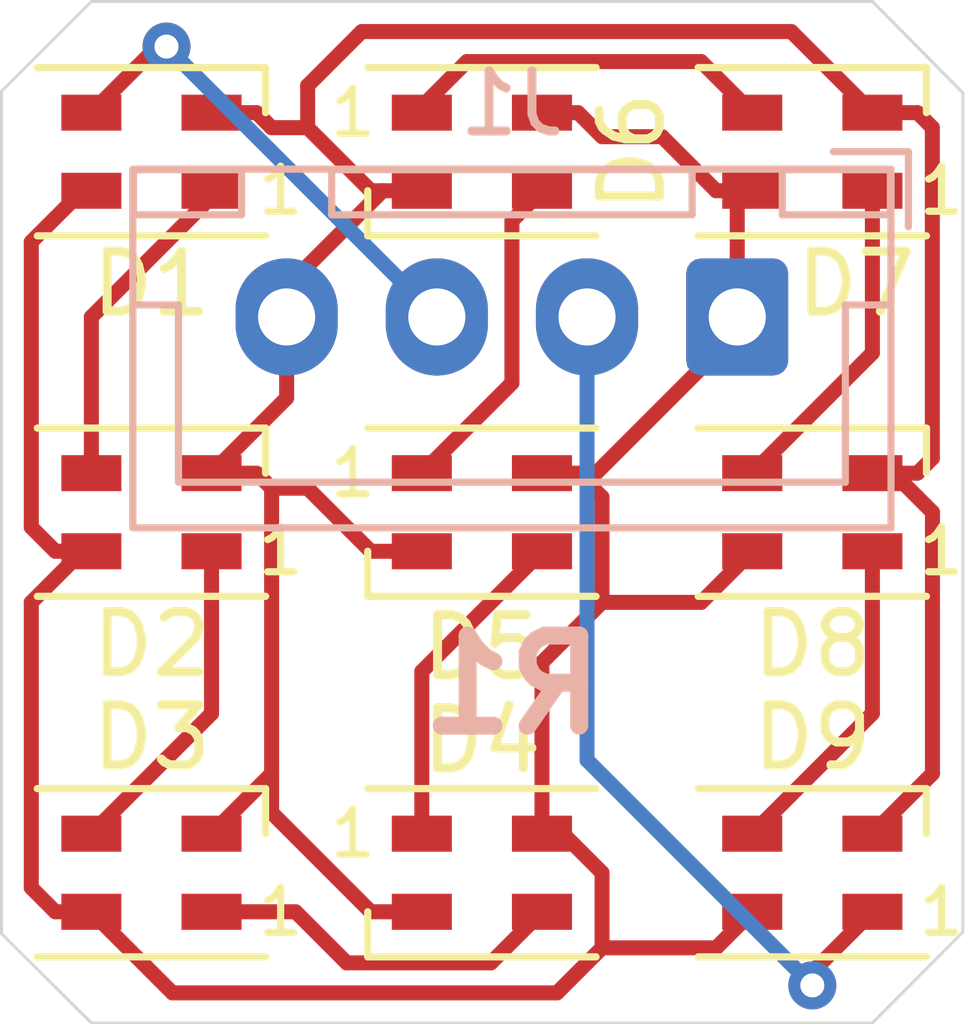
<source format=kicad_pcb>
(kicad_pcb (version 20171130) (host pcbnew "(5.0.0)")

  (general
    (thickness 1.6)
    (drawings 9)
    (tracks 99)
    (zones 0)
    (modules 10)
    (nets 13)
  )

  (page A4)
  (layers
    (0 F.Cu signal)
    (31 B.Cu signal)
    (32 B.Adhes user)
    (33 F.Adhes user)
    (34 B.Paste user)
    (35 F.Paste user)
    (36 B.SilkS user)
    (37 F.SilkS user)
    (38 B.Mask user)
    (39 F.Mask user)
    (40 Dwgs.User user)
    (41 Cmts.User user)
    (42 Eco1.User user)
    (43 Eco2.User user)
    (44 Edge.Cuts user)
    (45 Margin user)
    (46 B.CrtYd user)
    (47 F.CrtYd user)
    (48 B.Fab user)
    (49 F.Fab user hide)
  )

  (setup
    (last_trace_width 0.25)
    (trace_clearance 0.2)
    (zone_clearance 0.508)
    (zone_45_only no)
    (trace_min 0.2)
    (segment_width 0.2)
    (edge_width 0.05)
    (via_size 0.8)
    (via_drill 0.4)
    (via_min_size 0.4)
    (via_min_drill 0.3)
    (uvia_size 0.3)
    (uvia_drill 0.1)
    (uvias_allowed no)
    (uvia_min_size 0.2)
    (uvia_min_drill 0.1)
    (pcb_text_width 0.3)
    (pcb_text_size 1.5 1.5)
    (mod_edge_width 0.12)
    (mod_text_size 1 1)
    (mod_text_width 0.15)
    (pad_size 1.524 1.524)
    (pad_drill 0.762)
    (pad_to_mask_clearance 0.05)
    (aux_axis_origin 0 0)
    (visible_elements 7FFFFFFF)
    (pcbplotparams
      (layerselection 0x010f0_ffffffff)
      (usegerberextensions false)
      (usegerberattributes false)
      (usegerberadvancedattributes false)
      (creategerberjobfile false)
      (excludeedgelayer true)
      (linewidth 0.100000)
      (plotframeref false)
      (viasonmask false)
      (mode 1)
      (useauxorigin false)
      (hpglpennumber 1)
      (hpglpenspeed 20)
      (hpglpendiameter 15.000000)
      (psnegative false)
      (psa4output false)
      (plotreference true)
      (plotvalue false)
      (plotinvisibletext false)
      (padsonsilk true)
      (subtractmaskfromsilk false)
      (outputformat 1)
      (mirror false)
      (drillshape 0)
      (scaleselection 1)
      (outputdirectory "gerber_files/"))
  )

  (net 0 "")
  (net 1 "Net-(D1-Pad1)")
  (net 2 GND)
  (net 3 +5V)
  (net 4 DIN)
  (net 5 "Net-(D2-Pad1)")
  (net 6 "Net-(D3-Pad1)")
  (net 7 "Net-(D4-Pad1)")
  (net 8 "Net-(D5-Pad1)")
  (net 9 "Net-(D6-Pad1)")
  (net 10 "Net-(D7-Pad1)")
  (net 11 "Net-(D8-Pad1)")
  (net 12 DOUT)

  (net_class Default "This is the default net class."
    (clearance 0.2)
    (trace_width 0.25)
    (via_dia 0.8)
    (via_drill 0.4)
    (uvia_dia 0.3)
    (uvia_drill 0.1)
    (add_net +5V)
    (add_net DIN)
    (add_net DOUT)
    (add_net GND)
    (add_net "Net-(D1-Pad1)")
    (add_net "Net-(D2-Pad1)")
    (add_net "Net-(D3-Pad1)")
    (add_net "Net-(D4-Pad1)")
    (add_net "Net-(D5-Pad1)")
    (add_net "Net-(D6-Pad1)")
    (add_net "Net-(D7-Pad1)")
    (add_net "Net-(D8-Pad1)")
  )

  (module Connector_JST:JST_XH_B4B-XH-A_1x04_P2.50mm_Vertical (layer B.Cu) (tedit 5EFCA990) (tstamp 5EFBFC69)
    (at 107.75 65.25 180)
    (descr "JST XH series connector, B4B-XH-A (http://www.jst-mfg.com/product/pdf/eng/eXH.pdf), generated with kicad-footprint-generator")
    (tags "connector JST XH vertical")
    (path /5EFE4959)
    (fp_text reference J1 (at 3.75 3.55) (layer B.SilkS)
      (effects (font (size 1 1) (thickness 0.15)) (justify mirror))
    )
    (fp_text value Conn_01x04 (at 3.75 -4.6) (layer B.Fab) hide
      (effects (font (size 1 1) (thickness 0.15)) (justify mirror))
    )
    (fp_text user %R (at 3.75 -2.7) (layer B.Fab)
      (effects (font (size 1 1) (thickness 0.15)) (justify mirror))
    )
    (fp_line (start -2.45 2.35) (end -2.45 -3.4) (layer B.Fab) (width 0.1))
    (fp_line (start -2.45 -3.4) (end 9.95 -3.4) (layer B.Fab) (width 0.1))
    (fp_line (start 9.95 -3.4) (end 9.95 2.35) (layer B.Fab) (width 0.1))
    (fp_line (start 9.95 2.35) (end -2.45 2.35) (layer B.Fab) (width 0.1))
    (fp_line (start -2.56 2.46) (end -2.56 -3.51) (layer B.SilkS) (width 0.12))
    (fp_line (start -2.56 -3.51) (end 10.06 -3.51) (layer B.SilkS) (width 0.12))
    (fp_line (start 10.06 -3.51) (end 10.06 2.46) (layer B.SilkS) (width 0.12))
    (fp_line (start 10.06 2.46) (end -2.56 2.46) (layer B.SilkS) (width 0.12))
    (fp_line (start -2.95 2.85) (end -2.95 -3.9) (layer B.CrtYd) (width 0.05))
    (fp_line (start -2.95 -3.9) (end 10.45 -3.9) (layer B.CrtYd) (width 0.05))
    (fp_line (start 10.45 -3.9) (end 10.45 2.85) (layer B.CrtYd) (width 0.05))
    (fp_line (start 10.45 2.85) (end -2.95 2.85) (layer B.CrtYd) (width 0.05))
    (fp_line (start -0.625 2.35) (end 0 1.35) (layer B.Fab) (width 0.1))
    (fp_line (start 0 1.35) (end 0.625 2.35) (layer B.Fab) (width 0.1))
    (fp_line (start 0.75 2.45) (end 0.75 1.7) (layer B.SilkS) (width 0.12))
    (fp_line (start 0.75 1.7) (end 6.75 1.7) (layer B.SilkS) (width 0.12))
    (fp_line (start 6.75 1.7) (end 6.75 2.45) (layer B.SilkS) (width 0.12))
    (fp_line (start 6.75 2.45) (end 0.75 2.45) (layer B.SilkS) (width 0.12))
    (fp_line (start -2.55 2.45) (end -2.55 1.7) (layer B.SilkS) (width 0.12))
    (fp_line (start -2.55 1.7) (end -0.75 1.7) (layer B.SilkS) (width 0.12))
    (fp_line (start -0.75 1.7) (end -0.75 2.45) (layer B.SilkS) (width 0.12))
    (fp_line (start -0.75 2.45) (end -2.55 2.45) (layer B.SilkS) (width 0.12))
    (fp_line (start 8.25 2.45) (end 8.25 1.7) (layer B.SilkS) (width 0.12))
    (fp_line (start 8.25 1.7) (end 10.05 1.7) (layer B.SilkS) (width 0.12))
    (fp_line (start 10.05 1.7) (end 10.05 2.45) (layer B.SilkS) (width 0.12))
    (fp_line (start 10.05 2.45) (end 8.25 2.45) (layer B.SilkS) (width 0.12))
    (fp_line (start -2.55 0.2) (end -1.8 0.2) (layer B.SilkS) (width 0.12))
    (fp_line (start -1.8 0.2) (end -1.8 -2.75) (layer B.SilkS) (width 0.12))
    (fp_line (start -1.8 -2.75) (end 3.75 -2.75) (layer B.SilkS) (width 0.12))
    (fp_line (start 10.05 0.2) (end 9.3 0.2) (layer B.SilkS) (width 0.12))
    (fp_line (start 9.3 0.2) (end 9.3 -2.75) (layer B.SilkS) (width 0.12))
    (fp_line (start 9.3 -2.75) (end 3.75 -2.75) (layer B.SilkS) (width 0.12))
    (fp_line (start -1.6 2.75) (end -2.85 2.75) (layer B.SilkS) (width 0.12))
    (fp_line (start -2.85 2.75) (end -2.85 1.5) (layer B.SilkS) (width 0.12))
    (pad 4 thru_hole oval (at 7.5 0 180) (size 1.7 1.95) (drill 0.95) (layers *.Cu *.Mask)
      (net 2 GND))
    (pad 3 thru_hole oval (at 5 0 180) (size 1.7 1.95) (drill 0.95) (layers *.Cu *.Mask)
      (net 4 DIN))
    (pad 2 thru_hole oval (at 2.5 0 180) (size 1.7 1.95) (drill 0.95) (layers *.Cu *.Mask)
      (net 12 DOUT))
    (pad 1 thru_hole roundrect (at 0 0 180) (size 1.7 1.95) (drill 0.95) (layers *.Cu *.Mask) (roundrect_rratio 0.147059)
      (net 3 +5V))
    (model ${KISYS3DMOD}/Connector_JST.3dshapes/JST_XH_B4B-XH-A_1x04_P2.50mm_Vertical.wrl
      (at (xyz 0 0 0))
      (scale (xyz 1 1 1))
      (rotate (xyz 0 0 0))
    )
  )

  (module LED_SMD:LED_SK6805_PLCC4_2.4x2.7mm_P1.3mm (layer F.Cu) (tedit 5AA4B1EE) (tstamp 5EFBF784)
    (at 109 74.5 180)
    (descr https://cdn-shop.adafruit.com/product-files/3484/3484_Datasheet.pdf)
    (tags "LED RGB NeoPixel Nano")
    (path /5EFC72F5)
    (attr smd)
    (fp_text reference D9 (at 0 2.25) (layer F.SilkS)
      (effects (font (size 1 1) (thickness 0.15)))
    )
    (fp_text value SK6805 (at 0 2.7) (layer F.Fab)
      (effects (font (size 1 1) (thickness 0.15)))
    )
    (fp_text user %R (at 0 0) (layer F.Fab)
      (effects (font (size 0.4 0.4) (thickness 0.08)))
    )
    (fp_text user 1 (at -2.15 -0.65) (layer F.SilkS)
      (effects (font (size 0.75 0.75) (thickness 0.12)))
    )
    (fp_line (start 1.75 -1.45) (end -1.75 -1.45) (layer F.CrtYd) (width 0.05))
    (fp_line (start 1.75 1.45) (end 1.75 -1.45) (layer F.CrtYd) (width 0.05))
    (fp_line (start -1.75 1.45) (end 1.75 1.45) (layer F.CrtYd) (width 0.05))
    (fp_line (start -1.75 -1.45) (end -1.75 1.45) (layer F.CrtYd) (width 0.05))
    (fp_line (start -1.35 0.6) (end -0.75 1.2) (layer F.Fab) (width 0.1))
    (fp_line (start -1.35 -1.2) (end -1.35 1.2) (layer F.Fab) (width 0.1))
    (fp_line (start -1.35 1.2) (end 1.35 1.2) (layer F.Fab) (width 0.1))
    (fp_line (start 1.35 1.2) (end 1.35 -1.2) (layer F.Fab) (width 0.1))
    (fp_line (start 1.35 -1.2) (end -1.35 -1.2) (layer F.Fab) (width 0.1))
    (fp_line (start -1.9 -1.4) (end 1.9 -1.4) (layer F.SilkS) (width 0.12))
    (fp_line (start -1.9 1.4) (end 1.9 1.4) (layer F.SilkS) (width 0.12))
    (fp_line (start -1.9 1.4) (end -1.9 0.65) (layer F.SilkS) (width 0.12))
    (fp_circle (center 0 0) (end 0 -1) (layer F.Fab) (width 0.1))
    (pad 1 smd rect (at -1 -0.65 180) (size 1 0.6) (layers F.Cu F.Paste F.Mask)
      (net 12 DOUT))
    (pad 2 smd rect (at -1 0.65 180) (size 1 0.6) (layers F.Cu F.Paste F.Mask)
      (net 2 GND))
    (pad 4 smd rect (at 1 -0.65 180) (size 1 0.6) (layers F.Cu F.Paste F.Mask)
      (net 3 +5V))
    (pad 3 smd rect (at 1 0.65 180) (size 1 0.6) (layers F.Cu F.Paste F.Mask)
      (net 11 "Net-(D8-Pad1)"))
    (model ${KISYS3DMOD}/LED_SMD.3dshapes/LED_SK6805_PLCC4_2.4x2.7mm_P1.3mm.wrl
      (at (xyz 0 0 0))
      (scale (xyz 1 1 1))
      (rotate (xyz 0 0 0))
    )
  )

  (module LED_SMD:LED_SK6805_PLCC4_2.4x2.7mm_P1.3mm (layer F.Cu) (tedit 5AA4B1EE) (tstamp 5EFBF76D)
    (at 109 68.5 180)
    (descr https://cdn-shop.adafruit.com/product-files/3484/3484_Datasheet.pdf)
    (tags "LED RGB NeoPixel Nano")
    (path /5EFC6BBB)
    (attr smd)
    (fp_text reference D8 (at 0 -2.2) (layer F.SilkS)
      (effects (font (size 1 1) (thickness 0.15)))
    )
    (fp_text value SK6805 (at 0 2.7) (layer F.Fab)
      (effects (font (size 1 1) (thickness 0.15)))
    )
    (fp_text user %R (at 0 0) (layer F.Fab)
      (effects (font (size 0.4 0.4) (thickness 0.08)))
    )
    (fp_text user 1 (at -2.15 -0.65) (layer F.SilkS)
      (effects (font (size 0.75 0.75) (thickness 0.12)))
    )
    (fp_line (start 1.75 -1.45) (end -1.75 -1.45) (layer F.CrtYd) (width 0.05))
    (fp_line (start 1.75 1.45) (end 1.75 -1.45) (layer F.CrtYd) (width 0.05))
    (fp_line (start -1.75 1.45) (end 1.75 1.45) (layer F.CrtYd) (width 0.05))
    (fp_line (start -1.75 -1.45) (end -1.75 1.45) (layer F.CrtYd) (width 0.05))
    (fp_line (start -1.35 0.6) (end -0.75 1.2) (layer F.Fab) (width 0.1))
    (fp_line (start -1.35 -1.2) (end -1.35 1.2) (layer F.Fab) (width 0.1))
    (fp_line (start -1.35 1.2) (end 1.35 1.2) (layer F.Fab) (width 0.1))
    (fp_line (start 1.35 1.2) (end 1.35 -1.2) (layer F.Fab) (width 0.1))
    (fp_line (start 1.35 -1.2) (end -1.35 -1.2) (layer F.Fab) (width 0.1))
    (fp_line (start -1.9 -1.4) (end 1.9 -1.4) (layer F.SilkS) (width 0.12))
    (fp_line (start -1.9 1.4) (end 1.9 1.4) (layer F.SilkS) (width 0.12))
    (fp_line (start -1.9 1.4) (end -1.9 0.65) (layer F.SilkS) (width 0.12))
    (fp_circle (center 0 0) (end 0 -1) (layer F.Fab) (width 0.1))
    (pad 1 smd rect (at -1 -0.65 180) (size 1 0.6) (layers F.Cu F.Paste F.Mask)
      (net 11 "Net-(D8-Pad1)"))
    (pad 2 smd rect (at -1 0.65 180) (size 1 0.6) (layers F.Cu F.Paste F.Mask)
      (net 2 GND))
    (pad 4 smd rect (at 1 -0.65 180) (size 1 0.6) (layers F.Cu F.Paste F.Mask)
      (net 3 +5V))
    (pad 3 smd rect (at 1 0.65 180) (size 1 0.6) (layers F.Cu F.Paste F.Mask)
      (net 10 "Net-(D7-Pad1)"))
    (model ${KISYS3DMOD}/LED_SMD.3dshapes/LED_SK6805_PLCC4_2.4x2.7mm_P1.3mm.wrl
      (at (xyz 0 0 0))
      (scale (xyz 1 1 1))
      (rotate (xyz 0 0 0))
    )
  )

  (module LED_SMD:LED_SK6805_PLCC4_2.4x2.7mm_P1.3mm (layer F.Cu) (tedit 5AA4B1EE) (tstamp 5EFBF756)
    (at 109 62.5 180)
    (descr https://cdn-shop.adafruit.com/product-files/3484/3484_Datasheet.pdf)
    (tags "LED RGB NeoPixel Nano")
    (path /5EFC696D)
    (attr smd)
    (fp_text reference D7 (at -0.728 -2.2) (layer F.SilkS)
      (effects (font (size 1 1) (thickness 0.15)))
    )
    (fp_text value SK6805 (at 0 2.7) (layer F.Fab)
      (effects (font (size 1 1) (thickness 0.15)))
    )
    (fp_text user %R (at 0 0) (layer F.Fab)
      (effects (font (size 0.4 0.4) (thickness 0.08)))
    )
    (fp_text user 1 (at -2.15 -0.65) (layer F.SilkS)
      (effects (font (size 0.75 0.75) (thickness 0.12)))
    )
    (fp_line (start 1.75 -1.45) (end -1.75 -1.45) (layer F.CrtYd) (width 0.05))
    (fp_line (start 1.75 1.45) (end 1.75 -1.45) (layer F.CrtYd) (width 0.05))
    (fp_line (start -1.75 1.45) (end 1.75 1.45) (layer F.CrtYd) (width 0.05))
    (fp_line (start -1.75 -1.45) (end -1.75 1.45) (layer F.CrtYd) (width 0.05))
    (fp_line (start -1.35 0.6) (end -0.75 1.2) (layer F.Fab) (width 0.1))
    (fp_line (start -1.35 -1.2) (end -1.35 1.2) (layer F.Fab) (width 0.1))
    (fp_line (start -1.35 1.2) (end 1.35 1.2) (layer F.Fab) (width 0.1))
    (fp_line (start 1.35 1.2) (end 1.35 -1.2) (layer F.Fab) (width 0.1))
    (fp_line (start 1.35 -1.2) (end -1.35 -1.2) (layer F.Fab) (width 0.1))
    (fp_line (start -1.9 -1.4) (end 1.9 -1.4) (layer F.SilkS) (width 0.12))
    (fp_line (start -1.9 1.4) (end 1.9 1.4) (layer F.SilkS) (width 0.12))
    (fp_line (start -1.9 1.4) (end -1.9 0.65) (layer F.SilkS) (width 0.12))
    (fp_circle (center 0 0) (end 0 -1) (layer F.Fab) (width 0.1))
    (pad 1 smd rect (at -1 -0.65 180) (size 1 0.6) (layers F.Cu F.Paste F.Mask)
      (net 10 "Net-(D7-Pad1)"))
    (pad 2 smd rect (at -1 0.65 180) (size 1 0.6) (layers F.Cu F.Paste F.Mask)
      (net 2 GND))
    (pad 4 smd rect (at 1 -0.65 180) (size 1 0.6) (layers F.Cu F.Paste F.Mask)
      (net 3 +5V))
    (pad 3 smd rect (at 1 0.65 180) (size 1 0.6) (layers F.Cu F.Paste F.Mask)
      (net 9 "Net-(D6-Pad1)"))
    (model ${KISYS3DMOD}/LED_SMD.3dshapes/LED_SK6805_PLCC4_2.4x2.7mm_P1.3mm.wrl
      (at (xyz 0 0 0))
      (scale (xyz 1 1 1))
      (rotate (xyz 0 0 0))
    )
  )

  (module LED_SMD:LED_SK6805_PLCC4_2.4x2.7mm_P1.3mm (layer F.Cu) (tedit 5AA4B1EE) (tstamp 5EFBF73F)
    (at 103.5 62.5)
    (descr https://cdn-shop.adafruit.com/product-files/3484/3484_Datasheet.pdf)
    (tags "LED RGB NeoPixel Nano")
    (path /5EFC65E3)
    (attr smd)
    (fp_text reference D6 (at 2.5 0 90) (layer F.SilkS)
      (effects (font (size 1 1) (thickness 0.15)))
    )
    (fp_text value SK6805 (at 0 2.7) (layer F.Fab)
      (effects (font (size 1 1) (thickness 0.15)))
    )
    (fp_text user %R (at 0 0) (layer F.Fab)
      (effects (font (size 0.4 0.4) (thickness 0.08)))
    )
    (fp_text user 1 (at -2.15 -0.65) (layer F.SilkS)
      (effects (font (size 0.75 0.75) (thickness 0.12)))
    )
    (fp_line (start 1.75 -1.45) (end -1.75 -1.45) (layer F.CrtYd) (width 0.05))
    (fp_line (start 1.75 1.45) (end 1.75 -1.45) (layer F.CrtYd) (width 0.05))
    (fp_line (start -1.75 1.45) (end 1.75 1.45) (layer F.CrtYd) (width 0.05))
    (fp_line (start -1.75 -1.45) (end -1.75 1.45) (layer F.CrtYd) (width 0.05))
    (fp_line (start -1.35 0.6) (end -0.75 1.2) (layer F.Fab) (width 0.1))
    (fp_line (start -1.35 -1.2) (end -1.35 1.2) (layer F.Fab) (width 0.1))
    (fp_line (start -1.35 1.2) (end 1.35 1.2) (layer F.Fab) (width 0.1))
    (fp_line (start 1.35 1.2) (end 1.35 -1.2) (layer F.Fab) (width 0.1))
    (fp_line (start 1.35 -1.2) (end -1.35 -1.2) (layer F.Fab) (width 0.1))
    (fp_line (start -1.9 -1.4) (end 1.9 -1.4) (layer F.SilkS) (width 0.12))
    (fp_line (start -1.9 1.4) (end 1.9 1.4) (layer F.SilkS) (width 0.12))
    (fp_line (start -1.9 1.4) (end -1.9 0.65) (layer F.SilkS) (width 0.12))
    (fp_circle (center 0 0) (end 0 -1) (layer F.Fab) (width 0.1))
    (pad 1 smd rect (at -1 -0.65) (size 1 0.6) (layers F.Cu F.Paste F.Mask)
      (net 9 "Net-(D6-Pad1)"))
    (pad 2 smd rect (at -1 0.65) (size 1 0.6) (layers F.Cu F.Paste F.Mask)
      (net 2 GND))
    (pad 4 smd rect (at 1 -0.65) (size 1 0.6) (layers F.Cu F.Paste F.Mask)
      (net 3 +5V))
    (pad 3 smd rect (at 1 0.65) (size 1 0.6) (layers F.Cu F.Paste F.Mask)
      (net 8 "Net-(D5-Pad1)"))
    (model ${KISYS3DMOD}/LED_SMD.3dshapes/LED_SK6805_PLCC4_2.4x2.7mm_P1.3mm.wrl
      (at (xyz 0 0 0))
      (scale (xyz 1 1 1))
      (rotate (xyz 0 0 0))
    )
  )

  (module LED_SMD:LED_SK6805_PLCC4_2.4x2.7mm_P1.3mm (layer F.Cu) (tedit 5AA4B1EE) (tstamp 5EFBF728)
    (at 103.5 68.5)
    (descr https://cdn-shop.adafruit.com/product-files/3484/3484_Datasheet.pdf)
    (tags "LED RGB NeoPixel Nano")
    (path /5EFC6388)
    (attr smd)
    (fp_text reference D5 (at 0 2.25) (layer F.SilkS)
      (effects (font (size 1 1) (thickness 0.15)))
    )
    (fp_text value SK6805 (at 0 2.7) (layer F.Fab)
      (effects (font (size 1 1) (thickness 0.15)))
    )
    (fp_text user %R (at 0 0) (layer F.Fab)
      (effects (font (size 0.4 0.4) (thickness 0.08)))
    )
    (fp_text user 1 (at -2.15 -0.65) (layer F.SilkS)
      (effects (font (size 0.75 0.75) (thickness 0.12)))
    )
    (fp_line (start 1.75 -1.45) (end -1.75 -1.45) (layer F.CrtYd) (width 0.05))
    (fp_line (start 1.75 1.45) (end 1.75 -1.45) (layer F.CrtYd) (width 0.05))
    (fp_line (start -1.75 1.45) (end 1.75 1.45) (layer F.CrtYd) (width 0.05))
    (fp_line (start -1.75 -1.45) (end -1.75 1.45) (layer F.CrtYd) (width 0.05))
    (fp_line (start -1.35 0.6) (end -0.75 1.2) (layer F.Fab) (width 0.1))
    (fp_line (start -1.35 -1.2) (end -1.35 1.2) (layer F.Fab) (width 0.1))
    (fp_line (start -1.35 1.2) (end 1.35 1.2) (layer F.Fab) (width 0.1))
    (fp_line (start 1.35 1.2) (end 1.35 -1.2) (layer F.Fab) (width 0.1))
    (fp_line (start 1.35 -1.2) (end -1.35 -1.2) (layer F.Fab) (width 0.1))
    (fp_line (start -1.9 -1.4) (end 1.9 -1.4) (layer F.SilkS) (width 0.12))
    (fp_line (start -1.9 1.4) (end 1.9 1.4) (layer F.SilkS) (width 0.12))
    (fp_line (start -1.9 1.4) (end -1.9 0.65) (layer F.SilkS) (width 0.12))
    (fp_circle (center 0 0) (end 0 -1) (layer F.Fab) (width 0.1))
    (pad 1 smd rect (at -1 -0.65) (size 1 0.6) (layers F.Cu F.Paste F.Mask)
      (net 8 "Net-(D5-Pad1)"))
    (pad 2 smd rect (at -1 0.65) (size 1 0.6) (layers F.Cu F.Paste F.Mask)
      (net 2 GND))
    (pad 4 smd rect (at 1 -0.65) (size 1 0.6) (layers F.Cu F.Paste F.Mask)
      (net 3 +5V))
    (pad 3 smd rect (at 1 0.65) (size 1 0.6) (layers F.Cu F.Paste F.Mask)
      (net 7 "Net-(D4-Pad1)"))
    (model ${KISYS3DMOD}/LED_SMD.3dshapes/LED_SK6805_PLCC4_2.4x2.7mm_P1.3mm.wrl
      (at (xyz 0 0 0))
      (scale (xyz 1 1 1))
      (rotate (xyz 0 0 0))
    )
  )

  (module LED_SMD:LED_SK6805_PLCC4_2.4x2.7mm_P1.3mm (layer F.Cu) (tedit 5AA4B1EE) (tstamp 5EFBFD00)
    (at 103.5 74.5)
    (descr https://cdn-shop.adafruit.com/product-files/3484/3484_Datasheet.pdf)
    (tags "LED RGB NeoPixel Nano")
    (path /5EFC4360)
    (attr smd)
    (fp_text reference D4 (at 0 -2.2) (layer F.SilkS)
      (effects (font (size 1 1) (thickness 0.15)))
    )
    (fp_text value SK6805 (at 0 2.7) (layer F.Fab)
      (effects (font (size 1 1) (thickness 0.15)))
    )
    (fp_text user %R (at 0 0) (layer F.Fab)
      (effects (font (size 0.4 0.4) (thickness 0.08)))
    )
    (fp_text user 1 (at -2.15 -0.65) (layer F.SilkS)
      (effects (font (size 0.75 0.75) (thickness 0.12)))
    )
    (fp_line (start 1.75 -1.45) (end -1.75 -1.45) (layer F.CrtYd) (width 0.05))
    (fp_line (start 1.75 1.45) (end 1.75 -1.45) (layer F.CrtYd) (width 0.05))
    (fp_line (start -1.75 1.45) (end 1.75 1.45) (layer F.CrtYd) (width 0.05))
    (fp_line (start -1.75 -1.45) (end -1.75 1.45) (layer F.CrtYd) (width 0.05))
    (fp_line (start -1.35 0.6) (end -0.75 1.2) (layer F.Fab) (width 0.1))
    (fp_line (start -1.35 -1.2) (end -1.35 1.2) (layer F.Fab) (width 0.1))
    (fp_line (start -1.35 1.2) (end 1.35 1.2) (layer F.Fab) (width 0.1))
    (fp_line (start 1.35 1.2) (end 1.35 -1.2) (layer F.Fab) (width 0.1))
    (fp_line (start 1.35 -1.2) (end -1.35 -1.2) (layer F.Fab) (width 0.1))
    (fp_line (start -1.9 -1.4) (end 1.9 -1.4) (layer F.SilkS) (width 0.12))
    (fp_line (start -1.9 1.4) (end 1.9 1.4) (layer F.SilkS) (width 0.12))
    (fp_line (start -1.9 1.4) (end -1.9 0.65) (layer F.SilkS) (width 0.12))
    (fp_circle (center 0 0) (end 0 -1) (layer F.Fab) (width 0.1))
    (pad 1 smd rect (at -1 -0.65) (size 1 0.6) (layers F.Cu F.Paste F.Mask)
      (net 7 "Net-(D4-Pad1)"))
    (pad 2 smd rect (at -1 0.65) (size 1 0.6) (layers F.Cu F.Paste F.Mask)
      (net 2 GND))
    (pad 4 smd rect (at 1 -0.65) (size 1 0.6) (layers F.Cu F.Paste F.Mask)
      (net 3 +5V))
    (pad 3 smd rect (at 1 0.65) (size 1 0.6) (layers F.Cu F.Paste F.Mask)
      (net 6 "Net-(D3-Pad1)"))
    (model ${KISYS3DMOD}/LED_SMD.3dshapes/LED_SK6805_PLCC4_2.4x2.7mm_P1.3mm.wrl
      (at (xyz 0 0 0))
      (scale (xyz 1 1 1))
      (rotate (xyz 0 0 0))
    )
  )

  (module LED_SMD:LED_SK6805_PLCC4_2.4x2.7mm_P1.3mm (layer F.Cu) (tedit 5AA4B1EE) (tstamp 5EFBF6FA)
    (at 98 74.5 180)
    (descr https://cdn-shop.adafruit.com/product-files/3484/3484_Datasheet.pdf)
    (tags "LED RGB NeoPixel Nano")
    (path /5EFC41DD)
    (attr smd)
    (fp_text reference D3 (at 0 2.25) (layer F.SilkS)
      (effects (font (size 1 1) (thickness 0.15)))
    )
    (fp_text value SK6805 (at 0 2.7) (layer F.Fab)
      (effects (font (size 1 1) (thickness 0.15)))
    )
    (fp_text user %R (at 0 0) (layer F.Fab)
      (effects (font (size 0.4 0.4) (thickness 0.08)))
    )
    (fp_text user 1 (at -2.15 -0.65) (layer F.SilkS)
      (effects (font (size 0.75 0.75) (thickness 0.12)))
    )
    (fp_line (start 1.75 -1.45) (end -1.75 -1.45) (layer F.CrtYd) (width 0.05))
    (fp_line (start 1.75 1.45) (end 1.75 -1.45) (layer F.CrtYd) (width 0.05))
    (fp_line (start -1.75 1.45) (end 1.75 1.45) (layer F.CrtYd) (width 0.05))
    (fp_line (start -1.75 -1.45) (end -1.75 1.45) (layer F.CrtYd) (width 0.05))
    (fp_line (start -1.35 0.6) (end -0.75 1.2) (layer F.Fab) (width 0.1))
    (fp_line (start -1.35 -1.2) (end -1.35 1.2) (layer F.Fab) (width 0.1))
    (fp_line (start -1.35 1.2) (end 1.35 1.2) (layer F.Fab) (width 0.1))
    (fp_line (start 1.35 1.2) (end 1.35 -1.2) (layer F.Fab) (width 0.1))
    (fp_line (start 1.35 -1.2) (end -1.35 -1.2) (layer F.Fab) (width 0.1))
    (fp_line (start -1.9 -1.4) (end 1.9 -1.4) (layer F.SilkS) (width 0.12))
    (fp_line (start -1.9 1.4) (end 1.9 1.4) (layer F.SilkS) (width 0.12))
    (fp_line (start -1.9 1.4) (end -1.9 0.65) (layer F.SilkS) (width 0.12))
    (fp_circle (center 0 0) (end 0 -1) (layer F.Fab) (width 0.1))
    (pad 1 smd rect (at -1 -0.65 180) (size 1 0.6) (layers F.Cu F.Paste F.Mask)
      (net 6 "Net-(D3-Pad1)"))
    (pad 2 smd rect (at -1 0.65 180) (size 1 0.6) (layers F.Cu F.Paste F.Mask)
      (net 2 GND))
    (pad 4 smd rect (at 1 -0.65 180) (size 1 0.6) (layers F.Cu F.Paste F.Mask)
      (net 3 +5V))
    (pad 3 smd rect (at 1 0.65 180) (size 1 0.6) (layers F.Cu F.Paste F.Mask)
      (net 5 "Net-(D2-Pad1)"))
    (model ${KISYS3DMOD}/LED_SMD.3dshapes/LED_SK6805_PLCC4_2.4x2.7mm_P1.3mm.wrl
      (at (xyz 0 0 0))
      (scale (xyz 1 1 1))
      (rotate (xyz 0 0 0))
    )
  )

  (module LED_SMD:LED_SK6805_PLCC4_2.4x2.7mm_P1.3mm (layer F.Cu) (tedit 5AA4B1EE) (tstamp 5EFBF8FF)
    (at 98 68.5 180)
    (descr https://cdn-shop.adafruit.com/product-files/3484/3484_Datasheet.pdf)
    (tags "LED RGB NeoPixel Nano")
    (path /5EFC4089)
    (attr smd)
    (fp_text reference D2 (at 0 -2.2) (layer F.SilkS)
      (effects (font (size 1 1) (thickness 0.15)))
    )
    (fp_text value SK6805 (at 0 2.7) (layer F.Fab)
      (effects (font (size 1 1) (thickness 0.15)))
    )
    (fp_text user %R (at 0 0) (layer F.Fab)
      (effects (font (size 0.4 0.4) (thickness 0.08)))
    )
    (fp_text user 1 (at -2.15 -0.65) (layer F.SilkS)
      (effects (font (size 0.75 0.75) (thickness 0.12)))
    )
    (fp_line (start 1.75 -1.45) (end -1.75 -1.45) (layer F.CrtYd) (width 0.05))
    (fp_line (start 1.75 1.45) (end 1.75 -1.45) (layer F.CrtYd) (width 0.05))
    (fp_line (start -1.75 1.45) (end 1.75 1.45) (layer F.CrtYd) (width 0.05))
    (fp_line (start -1.75 -1.45) (end -1.75 1.45) (layer F.CrtYd) (width 0.05))
    (fp_line (start -1.35 0.6) (end -0.75 1.2) (layer F.Fab) (width 0.1))
    (fp_line (start -1.35 -1.2) (end -1.35 1.2) (layer F.Fab) (width 0.1))
    (fp_line (start -1.35 1.2) (end 1.35 1.2) (layer F.Fab) (width 0.1))
    (fp_line (start 1.35 1.2) (end 1.35 -1.2) (layer F.Fab) (width 0.1))
    (fp_line (start 1.35 -1.2) (end -1.35 -1.2) (layer F.Fab) (width 0.1))
    (fp_line (start -1.9 -1.4) (end 1.9 -1.4) (layer F.SilkS) (width 0.12))
    (fp_line (start -1.9 1.4) (end 1.9 1.4) (layer F.SilkS) (width 0.12))
    (fp_line (start -1.9 1.4) (end -1.9 0.65) (layer F.SilkS) (width 0.12))
    (fp_circle (center 0 0) (end 0 -1) (layer F.Fab) (width 0.1))
    (pad 1 smd rect (at -1 -0.65 180) (size 1 0.6) (layers F.Cu F.Paste F.Mask)
      (net 5 "Net-(D2-Pad1)"))
    (pad 2 smd rect (at -1 0.65 180) (size 1 0.6) (layers F.Cu F.Paste F.Mask)
      (net 2 GND))
    (pad 4 smd rect (at 1 -0.65 180) (size 1 0.6) (layers F.Cu F.Paste F.Mask)
      (net 3 +5V))
    (pad 3 smd rect (at 1 0.65 180) (size 1 0.6) (layers F.Cu F.Paste F.Mask)
      (net 1 "Net-(D1-Pad1)"))
    (model ${KISYS3DMOD}/LED_SMD.3dshapes/LED_SK6805_PLCC4_2.4x2.7mm_P1.3mm.wrl
      (at (xyz 0 0 0))
      (scale (xyz 1 1 1))
      (rotate (xyz 0 0 0))
    )
  )

  (module LED_SMD:LED_SK6805_PLCC4_2.4x2.7mm_P1.3mm (layer F.Cu) (tedit 5AA4B1EE) (tstamp 5EFBF6CC)
    (at 98 62.5 180)
    (descr https://cdn-shop.adafruit.com/product-files/3484/3484_Datasheet.pdf)
    (tags "LED RGB NeoPixel Nano")
    (path /5EFC6F81)
    (attr smd)
    (fp_text reference D1 (at 0 -2.2) (layer F.SilkS)
      (effects (font (size 1 1) (thickness 0.15)))
    )
    (fp_text value SK6805 (at 0 2.7) (layer F.Fab)
      (effects (font (size 1 1) (thickness 0.15)))
    )
    (fp_text user %R (at 0 0) (layer F.Fab)
      (effects (font (size 0.4 0.4) (thickness 0.08)))
    )
    (fp_text user 1 (at -2.15 -0.65) (layer F.SilkS)
      (effects (font (size 0.75 0.75) (thickness 0.12)))
    )
    (fp_line (start 1.75 -1.45) (end -1.75 -1.45) (layer F.CrtYd) (width 0.05))
    (fp_line (start 1.75 1.45) (end 1.75 -1.45) (layer F.CrtYd) (width 0.05))
    (fp_line (start -1.75 1.45) (end 1.75 1.45) (layer F.CrtYd) (width 0.05))
    (fp_line (start -1.75 -1.45) (end -1.75 1.45) (layer F.CrtYd) (width 0.05))
    (fp_line (start -1.35 0.6) (end -0.75 1.2) (layer F.Fab) (width 0.1))
    (fp_line (start -1.35 -1.2) (end -1.35 1.2) (layer F.Fab) (width 0.1))
    (fp_line (start -1.35 1.2) (end 1.35 1.2) (layer F.Fab) (width 0.1))
    (fp_line (start 1.35 1.2) (end 1.35 -1.2) (layer F.Fab) (width 0.1))
    (fp_line (start 1.35 -1.2) (end -1.35 -1.2) (layer F.Fab) (width 0.1))
    (fp_line (start -1.9 -1.4) (end 1.9 -1.4) (layer F.SilkS) (width 0.12))
    (fp_line (start -1.9 1.4) (end 1.9 1.4) (layer F.SilkS) (width 0.12))
    (fp_line (start -1.9 1.4) (end -1.9 0.65) (layer F.SilkS) (width 0.12))
    (fp_circle (center 0 0) (end 0 -1) (layer F.Fab) (width 0.1))
    (pad 1 smd rect (at -1 -0.65 180) (size 1 0.6) (layers F.Cu F.Paste F.Mask)
      (net 1 "Net-(D1-Pad1)"))
    (pad 2 smd rect (at -1 0.65 180) (size 1 0.6) (layers F.Cu F.Paste F.Mask)
      (net 2 GND))
    (pad 4 smd rect (at 1 -0.65 180) (size 1 0.6) (layers F.Cu F.Paste F.Mask)
      (net 3 +5V))
    (pad 3 smd rect (at 1 0.65 180) (size 1 0.6) (layers F.Cu F.Paste F.Mask)
      (net 4 DIN))
    (model ${KISYS3DMOD}/LED_SMD.3dshapes/LED_SK6805_PLCC4_2.4x2.7mm_P1.3mm.wrl
      (at (xyz 0 0 0))
      (scale (xyz 1 1 1))
      (rotate (xyz 0 0 0))
    )
  )

  (gr_text R1 (at 104.013 71.374) (layer B.SilkS)
    (effects (font (size 1.5 1.5) (thickness 0.3)) (justify mirror))
  )
  (gr_line (start 110 77) (end 111.506 75.4888) (layer Edge.Cuts) (width 0.05) (tstamp 5EFC0D37))
  (gr_line (start 95.504 75.5142) (end 97 77) (layer Edge.Cuts) (width 0.05) (tstamp 5EFC0D37))
  (gr_line (start 97 60) (end 95.504 61.4934) (layer Edge.Cuts) (width 0.05))
  (gr_line (start 110 60) (end 111.506 61.5188) (layer Edge.Cuts) (width 0.05))
  (gr_line (start 95.504 75.5142) (end 95.504 61.4934) (layer Edge.Cuts) (width 0.05) (tstamp 5EFBF51E))
  (gr_line (start 110 77) (end 97 77) (layer Edge.Cuts) (width 0.05))
  (gr_line (start 111.506 61.5188) (end 111.506 75.4888) (layer Edge.Cuts) (width 0.05))
  (gr_line (start 97 60) (end 110 60) (layer Edge.Cuts) (width 0.05))

  (segment (start 99 63.15) (end 99 63.25) (width 0.25) (layer F.Cu) (net 1))
  (segment (start 97 65.25) (end 97 67.85) (width 0.25) (layer F.Cu) (net 1))
  (segment (start 99 63.25) (end 97 65.25) (width 0.25) (layer F.Cu) (net 1))
  (segment (start 99.75 61.85) (end 100 62.1) (width 0.25) (layer F.Cu) (net 2))
  (segment (start 99 61.85) (end 99.75 61.85) (width 0.25) (layer F.Cu) (net 2))
  (segment (start 99.75 67.85) (end 100 68.1) (width 0.25) (layer F.Cu) (net 2))
  (segment (start 99 67.85) (end 99.75 67.85) (width 0.25) (layer F.Cu) (net 2))
  (segment (start 100 72.85) (end 99 73.85) (width 0.25) (layer F.Cu) (net 2))
  (segment (start 100 68.1) (end 100 72.85) (width 0.25) (layer F.Cu) (net 2))
  (segment (start 100 72.85) (end 100 73.5) (width 0.25) (layer F.Cu) (net 2))
  (segment (start 101.65 75.15) (end 102.5 75.15) (width 0.25) (layer F.Cu) (net 2))
  (segment (start 100 73.5) (end 101.65 75.15) (width 0.25) (layer F.Cu) (net 2))
  (segment (start 100 68.1) (end 100.6 68.1) (width 0.25) (layer F.Cu) (net 2))
  (segment (start 101.65 69.15) (end 102.5 69.15) (width 0.25) (layer F.Cu) (net 2))
  (segment (start 100.6 68.1) (end 101.65 69.15) (width 0.25) (layer F.Cu) (net 2))
  (segment (start 100 62.1) (end 100.6 62.1) (width 0.25) (layer F.Cu) (net 2))
  (segment (start 100.6 62.1) (end 101.65 63.15) (width 0.25) (layer F.Cu) (net 2))
  (segment (start 100.6 62.1) (end 100.6 61.4) (width 0.25) (layer F.Cu) (net 2))
  (segment (start 100.6 61.4) (end 101.5 60.5) (width 0.25) (layer F.Cu) (net 2))
  (segment (start 108.65 60.5) (end 110 61.85) (width 0.25) (layer F.Cu) (net 2))
  (segment (start 101.5 60.5) (end 108.65 60.5) (width 0.25) (layer F.Cu) (net 2))
  (segment (start 110.35 67.85) (end 110 67.85) (width 0.25) (layer F.Cu) (net 2))
  (segment (start 111 68.5) (end 110.35 67.85) (width 0.25) (layer F.Cu) (net 2))
  (segment (start 110 73.85) (end 111 72.85) (width 0.25) (layer F.Cu) (net 2))
  (segment (start 111 72.85) (end 111 68.5) (width 0.25) (layer F.Cu) (net 2))
  (segment (start 100.25 64.75) (end 101.85 63.15) (width 0.25) (layer F.Cu) (net 2))
  (segment (start 100.25 65.25) (end 100.25 64.75) (width 0.25) (layer F.Cu) (net 2))
  (segment (start 101.65 63.15) (end 101.85 63.15) (width 0.25) (layer F.Cu) (net 2))
  (segment (start 101.85 63.15) (end 102.5 63.15) (width 0.25) (layer F.Cu) (net 2))
  (segment (start 100.25 66.6) (end 99 67.85) (width 0.25) (layer F.Cu) (net 2))
  (segment (start 100.25 65.25) (end 100.25 66.6) (width 0.25) (layer F.Cu) (net 2))
  (segment (start 110.75 61.85) (end 110 61.85) (width 0.25) (layer F.Cu) (net 2))
  (segment (start 110.998 62.098) (end 110.75 61.85) (width 0.25) (layer F.Cu) (net 2))
  (segment (start 110.998 67.602) (end 110.998 62.098) (width 0.25) (layer F.Cu) (net 2))
  (segment (start 110.75 67.85) (end 110.998 67.602) (width 0.25) (layer F.Cu) (net 2))
  (segment (start 110 67.85) (end 110.75 67.85) (width 0.25) (layer F.Cu) (net 2))
  (segment (start 97 63.15) (end 96.85 63.15) (width 0.25) (layer F.Cu) (net 3))
  (segment (start 96.85 63.15) (end 96 64) (width 0.25) (layer F.Cu) (net 3))
  (segment (start 96 64) (end 96 68.75) (width 0.25) (layer F.Cu) (net 3))
  (segment (start 96.4 69.15) (end 97 69.15) (width 0.25) (layer F.Cu) (net 3))
  (segment (start 96 68.75) (end 96.4 69.15) (width 0.25) (layer F.Cu) (net 3))
  (segment (start 97 69.15) (end 96.85 69.15) (width 0.25) (layer F.Cu) (net 3))
  (segment (start 96.85 69.15) (end 96 70) (width 0.25) (layer F.Cu) (net 3))
  (segment (start 96 70) (end 96 74.75) (width 0.25) (layer F.Cu) (net 3))
  (segment (start 96.4 75.15) (end 97 75.15) (width 0.25) (layer F.Cu) (net 3))
  (segment (start 96 74.75) (end 96.4 75.15) (width 0.25) (layer F.Cu) (net 3))
  (segment (start 105.5 74.5) (end 104.85 73.85) (width 0.25) (layer F.Cu) (net 3))
  (segment (start 104.85 73.85) (end 104.5 73.85) (width 0.25) (layer F.Cu) (net 3))
  (segment (start 104.75 76.5) (end 105.5 75.75) (width 0.25) (layer F.Cu) (net 3))
  (segment (start 105.5 75.75) (end 105.5 74.5) (width 0.25) (layer F.Cu) (net 3))
  (segment (start 97 75.15) (end 98.35 76.5) (width 0.25) (layer F.Cu) (net 3))
  (segment (start 98.35 76.5) (end 104.75 76.5) (width 0.25) (layer F.Cu) (net 3))
  (segment (start 104.5 73.85) (end 104.5 71) (width 0.25) (layer F.Cu) (net 3))
  (segment (start 104.5 71) (end 105.5 70) (width 0.25) (layer F.Cu) (net 3))
  (segment (start 105.5 70) (end 105.5 68.25) (width 0.25) (layer F.Cu) (net 3))
  (segment (start 105.1 67.85) (end 104.5 67.85) (width 0.25) (layer F.Cu) (net 3))
  (segment (start 105.5 68.25) (end 105.1 67.85) (width 0.25) (layer F.Cu) (net 3))
  (segment (start 105.1 61.85) (end 104.5 61.85) (width 0.25) (layer F.Cu) (net 3))
  (segment (start 105.5 62.25) (end 105.1 61.85) (width 0.25) (layer F.Cu) (net 3))
  (segment (start 105.5 62.25) (end 106.5 62.25) (width 0.25) (layer F.Cu) (net 3))
  (segment (start 107.4 63.15) (end 108 63.15) (width 0.25) (layer F.Cu) (net 3))
  (segment (start 106.5 62.25) (end 107.4 63.15) (width 0.25) (layer F.Cu) (net 3))
  (segment (start 107.15 70) (end 108 69.15) (width 0.25) (layer F.Cu) (net 3))
  (segment (start 105.5 70) (end 107.15 70) (width 0.25) (layer F.Cu) (net 3))
  (segment (start 107.4 75.75) (end 108 75.15) (width 0.25) (layer F.Cu) (net 3))
  (segment (start 105.5 75.75) (end 107.4 75.75) (width 0.25) (layer F.Cu) (net 3))
  (segment (start 107.75 63.4) (end 108 63.15) (width 0.25) (layer F.Cu) (net 3))
  (segment (start 107.75 65.25) (end 107.75 63.4) (width 0.25) (layer F.Cu) (net 3))
  (segment (start 107.75 65.25) (end 107.75 65.5) (width 0.25) (layer F.Cu) (net 3))
  (segment (start 105.4 67.85) (end 104.5 67.85) (width 0.25) (layer F.Cu) (net 3))
  (segment (start 107.75 65.5) (end 105.4 67.85) (width 0.25) (layer F.Cu) (net 3))
  (via (at 98.25 60.75) (size 0.8) (drill 0.4) (layers F.Cu B.Cu) (net 4))
  (segment (start 102.75 65.25) (end 98.25 60.75) (width 0.25) (layer B.Cu) (net 4))
  (segment (start 98.1 60.75) (end 97 61.85) (width 0.25) (layer F.Cu) (net 4))
  (segment (start 98.25 60.75) (end 98.1 60.75) (width 0.25) (layer F.Cu) (net 4))
  (segment (start 99 71.85) (end 97 73.85) (width 0.25) (layer F.Cu) (net 5))
  (segment (start 99 69.15) (end 99 71.85) (width 0.25) (layer F.Cu) (net 5))
  (segment (start 99 75.15) (end 100.4 75.15) (width 0.25) (layer F.Cu) (net 6))
  (segment (start 100.4 75.15) (end 101.25 76) (width 0.25) (layer F.Cu) (net 6))
  (segment (start 103.65 76) (end 104.5 75.15) (width 0.25) (layer F.Cu) (net 6))
  (segment (start 101.25 76) (end 103.65 76) (width 0.25) (layer F.Cu) (net 6))
  (segment (start 102.5 71.15) (end 104.5 69.15) (width 0.25) (layer F.Cu) (net 7))
  (segment (start 102.5 73.85) (end 102.5 71.15) (width 0.25) (layer F.Cu) (net 7))
  (segment (start 102.5 67.85) (end 104 66.35) (width 0.25) (layer F.Cu) (net 8))
  (segment (start 104 63.65) (end 104.5 63.15) (width 0.25) (layer F.Cu) (net 8))
  (segment (start 104 66.35) (end 104 63.65) (width 0.25) (layer F.Cu) (net 8))
  (segment (start 102.5 61.85) (end 102.5 61.75) (width 0.25) (layer F.Cu) (net 9))
  (segment (start 102.5 61.75) (end 103.25 61) (width 0.25) (layer F.Cu) (net 9))
  (segment (start 107.15 61) (end 108 61.85) (width 0.25) (layer F.Cu) (net 9))
  (segment (start 103.25 61) (end 107.15 61) (width 0.25) (layer F.Cu) (net 9))
  (segment (start 110 65.85) (end 108 67.85) (width 0.25) (layer F.Cu) (net 10))
  (segment (start 110 63.15) (end 110 65.85) (width 0.25) (layer F.Cu) (net 10))
  (segment (start 110 71.85) (end 108 73.85) (width 0.25) (layer F.Cu) (net 11))
  (segment (start 110 69.15) (end 110 71.85) (width 0.25) (layer F.Cu) (net 11))
  (via (at 109 76.375) (size 0.8) (drill 0.4) (layers F.Cu B.Cu) (net 12))
  (segment (start 105.25 65.25) (end 105.25 72.625) (width 0.25) (layer B.Cu) (net 12))
  (segment (start 105.25 72.625) (end 109 76.375) (width 0.25) (layer B.Cu) (net 12))
  (segment (start 109 76.15) (end 110 75.15) (width 0.25) (layer F.Cu) (net 12))
  (segment (start 109 76.375) (end 109 76.15) (width 0.25) (layer F.Cu) (net 12))

)

</source>
